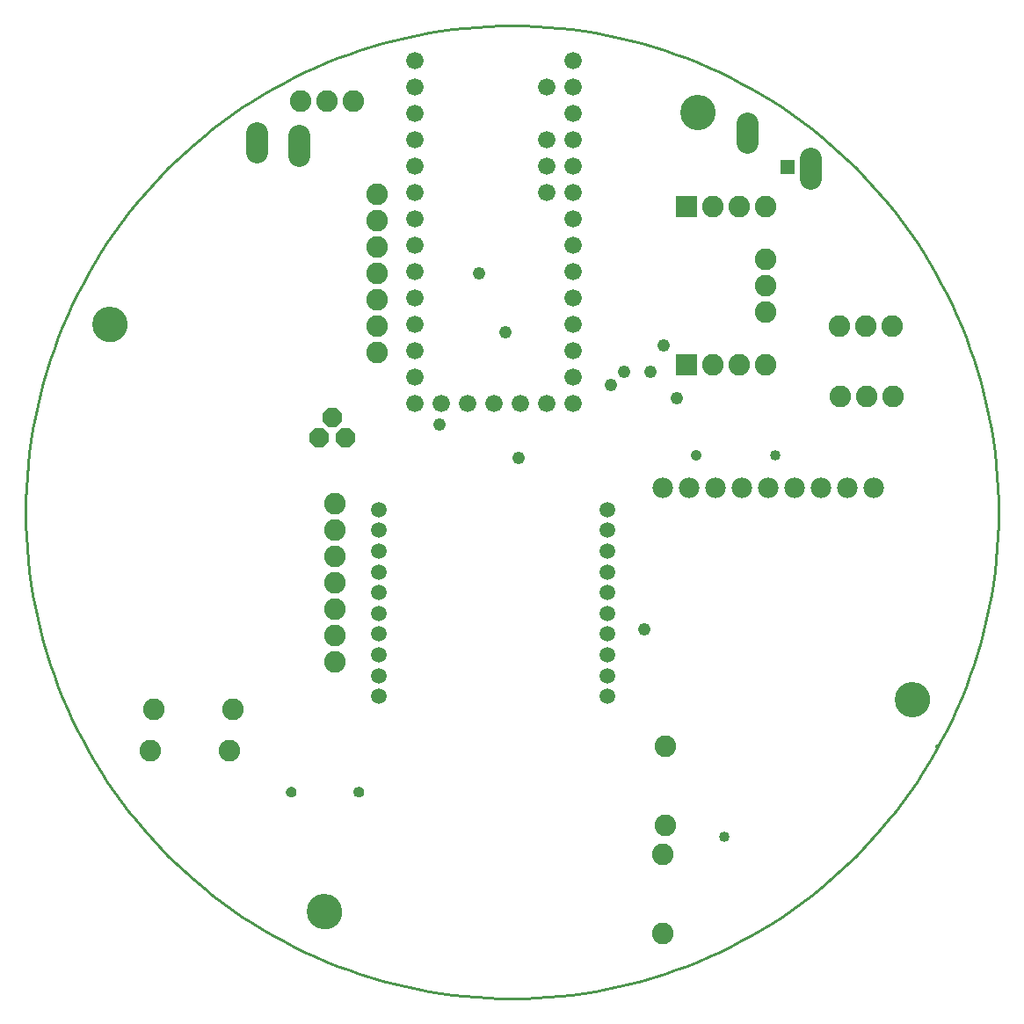
<source format=gts>
G04 EAGLE Gerber X2 export*
G75*
%MOMM*%
%FSLAX34Y34*%
%LPD*%
%AMOC8*
5,1,8,0,0,1.08239X$1,22.5*%
G01*
%ADD10C,0.254000*%
%ADD11C,0.406400*%
%ADD12C,0.000000*%
%ADD13C,3.403200*%
%ADD14C,1.981200*%
%ADD15C,1.676400*%
%ADD16C,1.511200*%
%ADD17C,2.082800*%
%ADD18R,2.082800X2.082800*%
%ADD19C,1.016000*%
%ADD20C,2.082800*%
%ADD21P,2.034460X8X22.500000*%
%ADD22C,1.047269*%
%ADD23C,1.219200*%
%ADD24R,1.478200X1.478200*%

G36*
X-147705Y-276363D02*
X-147705Y-276363D01*
X-147579Y-276365D01*
X-146568Y-276225D01*
X-146520Y-276209D01*
X-146430Y-276190D01*
X-145475Y-275829D01*
X-145432Y-275803D01*
X-145348Y-275764D01*
X-144498Y-275199D01*
X-144461Y-275164D01*
X-144389Y-275108D01*
X-143685Y-274368D01*
X-143657Y-274326D01*
X-143599Y-274255D01*
X-143078Y-273377D01*
X-143060Y-273330D01*
X-143019Y-273247D01*
X-142706Y-272275D01*
X-142699Y-272225D01*
X-142678Y-272136D01*
X-142589Y-271119D01*
X-142594Y-271068D01*
X-142593Y-270978D01*
X-142724Y-270014D01*
X-142739Y-269966D01*
X-142759Y-269876D01*
X-143101Y-268965D01*
X-143127Y-268922D01*
X-143166Y-268839D01*
X-143703Y-268027D01*
X-143737Y-267991D01*
X-143794Y-267918D01*
X-144498Y-267247D01*
X-144540Y-267219D01*
X-144611Y-267161D01*
X-145446Y-266663D01*
X-145494Y-266645D01*
X-145576Y-266604D01*
X-146501Y-266304D01*
X-146552Y-266297D01*
X-146641Y-266276D01*
X-147610Y-266190D01*
X-147657Y-266194D01*
X-147732Y-266191D01*
X-148707Y-266292D01*
X-148756Y-266306D01*
X-148846Y-266322D01*
X-149775Y-266639D01*
X-149819Y-266663D01*
X-149904Y-266699D01*
X-150739Y-267214D01*
X-150776Y-267247D01*
X-150851Y-267302D01*
X-151550Y-267989D01*
X-151580Y-268031D01*
X-151640Y-268100D01*
X-152169Y-268926D01*
X-152188Y-268973D01*
X-152232Y-269053D01*
X-152564Y-269977D01*
X-152572Y-270027D01*
X-152596Y-270115D01*
X-152715Y-271089D01*
X-152712Y-271139D01*
X-152716Y-271226D01*
X-152621Y-272228D01*
X-152607Y-272276D01*
X-152591Y-272367D01*
X-152275Y-273323D01*
X-152251Y-273367D01*
X-152215Y-273452D01*
X-151694Y-274313D01*
X-151661Y-274351D01*
X-151608Y-274425D01*
X-150908Y-275149D01*
X-150867Y-275179D01*
X-150798Y-275240D01*
X-149955Y-275790D01*
X-149909Y-275809D01*
X-149828Y-275853D01*
X-148884Y-276202D01*
X-148834Y-276211D01*
X-148746Y-276236D01*
X-147748Y-276365D01*
X-147705Y-276363D01*
G37*
G36*
X-212729Y-276363D02*
X-212729Y-276363D01*
X-212603Y-276365D01*
X-211592Y-276225D01*
X-211544Y-276209D01*
X-211454Y-276190D01*
X-210499Y-275829D01*
X-210456Y-275803D01*
X-210372Y-275764D01*
X-209522Y-275199D01*
X-209485Y-275164D01*
X-209413Y-275108D01*
X-208709Y-274368D01*
X-208681Y-274326D01*
X-208623Y-274255D01*
X-208102Y-273377D01*
X-208084Y-273330D01*
X-208043Y-273247D01*
X-207730Y-272275D01*
X-207723Y-272225D01*
X-207702Y-272136D01*
X-207613Y-271119D01*
X-207618Y-271068D01*
X-207617Y-270978D01*
X-207748Y-270014D01*
X-207763Y-269966D01*
X-207783Y-269876D01*
X-208125Y-268965D01*
X-208151Y-268922D01*
X-208190Y-268839D01*
X-208727Y-268027D01*
X-208761Y-267991D01*
X-208818Y-267918D01*
X-209522Y-267247D01*
X-209564Y-267219D01*
X-209635Y-267161D01*
X-210470Y-266663D01*
X-210518Y-266645D01*
X-210600Y-266604D01*
X-211525Y-266304D01*
X-211576Y-266297D01*
X-211665Y-266276D01*
X-212634Y-266190D01*
X-212681Y-266194D01*
X-212756Y-266191D01*
X-213731Y-266292D01*
X-213780Y-266306D01*
X-213870Y-266322D01*
X-214799Y-266639D01*
X-214843Y-266663D01*
X-214928Y-266699D01*
X-215763Y-267214D01*
X-215800Y-267247D01*
X-215875Y-267302D01*
X-216574Y-267989D01*
X-216604Y-268031D01*
X-216664Y-268100D01*
X-217193Y-268926D01*
X-217212Y-268973D01*
X-217256Y-269053D01*
X-217588Y-269977D01*
X-217596Y-270027D01*
X-217620Y-270115D01*
X-217739Y-271089D01*
X-217736Y-271139D01*
X-217740Y-271226D01*
X-217645Y-272228D01*
X-217631Y-272276D01*
X-217615Y-272367D01*
X-217299Y-273323D01*
X-217275Y-273367D01*
X-217239Y-273452D01*
X-216718Y-274313D01*
X-216685Y-274351D01*
X-216632Y-274425D01*
X-215932Y-275149D01*
X-215891Y-275179D01*
X-215822Y-275240D01*
X-214979Y-275790D01*
X-214933Y-275809D01*
X-214852Y-275853D01*
X-213908Y-276202D01*
X-213858Y-276211D01*
X-213770Y-276236D01*
X-212772Y-276365D01*
X-212729Y-276363D01*
G37*
D10*
X-468441Y-1524D02*
X-468300Y9972D01*
X-467877Y21461D01*
X-467172Y32937D01*
X-466185Y44391D01*
X-464918Y55818D01*
X-463371Y67211D01*
X-461544Y78562D01*
X-459440Y89864D01*
X-457059Y101112D01*
X-454402Y112298D01*
X-451472Y123415D01*
X-448270Y134457D01*
X-444798Y145417D01*
X-441058Y156289D01*
X-437052Y167066D01*
X-432783Y177741D01*
X-428253Y188308D01*
X-423466Y198760D01*
X-418423Y209092D01*
X-413128Y219298D01*
X-407584Y229370D01*
X-401795Y239303D01*
X-395764Y249091D01*
X-389494Y258728D01*
X-382990Y268208D01*
X-376255Y277526D01*
X-369294Y286676D01*
X-362110Y295652D01*
X-354708Y304449D01*
X-347092Y313062D01*
X-339267Y321485D01*
X-331238Y329714D01*
X-323009Y337743D01*
X-314586Y345568D01*
X-305973Y353184D01*
X-297176Y360586D01*
X-288200Y367770D01*
X-279050Y374731D01*
X-269732Y381466D01*
X-260252Y387970D01*
X-250615Y394240D01*
X-240827Y400271D01*
X-230894Y406060D01*
X-220822Y411604D01*
X-210616Y416899D01*
X-200284Y421942D01*
X-189832Y426729D01*
X-179265Y431259D01*
X-168590Y435528D01*
X-157813Y439534D01*
X-146941Y443274D01*
X-135981Y446746D01*
X-124939Y449948D01*
X-113822Y452878D01*
X-102636Y455535D01*
X-91388Y457916D01*
X-80086Y460020D01*
X-68735Y461847D01*
X-57342Y463394D01*
X-45915Y464661D01*
X-34461Y465648D01*
X-22985Y466353D01*
X-11496Y466776D01*
X0Y466917D01*
X11496Y466776D01*
X22985Y466353D01*
X34461Y465648D01*
X45915Y464661D01*
X57342Y463394D01*
X68735Y461847D01*
X80086Y460020D01*
X91388Y457916D01*
X102636Y455535D01*
X113822Y452878D01*
X124939Y449948D01*
X135981Y446746D01*
X146941Y443274D01*
X157813Y439534D01*
X168590Y435528D01*
X179265Y431259D01*
X189832Y426729D01*
X200284Y421942D01*
X210616Y416899D01*
X220822Y411604D01*
X230894Y406060D01*
X240827Y400271D01*
X250615Y394240D01*
X260252Y387970D01*
X269732Y381466D01*
X279050Y374731D01*
X288200Y367770D01*
X297176Y360586D01*
X305973Y353184D01*
X314586Y345568D01*
X323009Y337743D01*
X331238Y329714D01*
X339267Y321485D01*
X347092Y313062D01*
X354708Y304449D01*
X362110Y295652D01*
X369294Y286676D01*
X376255Y277526D01*
X382990Y268208D01*
X389494Y258728D01*
X395764Y249091D01*
X401795Y239303D01*
X407584Y229370D01*
X413128Y219298D01*
X418423Y209092D01*
X423466Y198760D01*
X428253Y188308D01*
X432783Y177741D01*
X437052Y167066D01*
X441058Y156289D01*
X444798Y145417D01*
X448270Y134457D01*
X451472Y123415D01*
X454402Y112298D01*
X457059Y101112D01*
X459440Y89864D01*
X461544Y78562D01*
X463371Y67211D01*
X464918Y55818D01*
X466185Y44391D01*
X467172Y32937D01*
X467877Y21461D01*
X468300Y9972D01*
X468441Y-1524D01*
X468300Y-13020D01*
X467877Y-24509D01*
X467172Y-35985D01*
X466185Y-47439D01*
X464918Y-58866D01*
X463371Y-70259D01*
X461544Y-81610D01*
X459440Y-92912D01*
X457059Y-104160D01*
X454402Y-115346D01*
X451472Y-126463D01*
X448270Y-137505D01*
X444798Y-148465D01*
X441058Y-159337D01*
X437052Y-170114D01*
X432783Y-180789D01*
X428253Y-191356D01*
X423466Y-201808D01*
X418423Y-212140D01*
X413128Y-222346D01*
X407584Y-232418D01*
X401795Y-242351D01*
X395764Y-252139D01*
X389494Y-261776D01*
X382990Y-271256D01*
X376255Y-280574D01*
X369294Y-289724D01*
X362110Y-298700D01*
X354708Y-307497D01*
X347092Y-316110D01*
X339267Y-324533D01*
X331238Y-332762D01*
X323009Y-340791D01*
X314586Y-348616D01*
X305973Y-356232D01*
X297176Y-363634D01*
X288200Y-370818D01*
X279050Y-377779D01*
X269732Y-384514D01*
X260252Y-391018D01*
X250615Y-397288D01*
X240827Y-403319D01*
X230894Y-409108D01*
X220822Y-414652D01*
X210616Y-419947D01*
X200284Y-424990D01*
X189832Y-429777D01*
X179265Y-434307D01*
X168590Y-438576D01*
X157813Y-442582D01*
X146941Y-446322D01*
X135981Y-449794D01*
X124939Y-452996D01*
X113822Y-455926D01*
X102636Y-458583D01*
X91388Y-460964D01*
X80086Y-463068D01*
X68735Y-464895D01*
X57342Y-466442D01*
X45915Y-467709D01*
X34461Y-468696D01*
X22985Y-469401D01*
X11496Y-469824D01*
X0Y-469965D01*
X-11496Y-469824D01*
X-22985Y-469401D01*
X-34461Y-468696D01*
X-45915Y-467709D01*
X-57342Y-466442D01*
X-68735Y-464895D01*
X-80086Y-463068D01*
X-91388Y-460964D01*
X-102636Y-458583D01*
X-113822Y-455926D01*
X-124939Y-452996D01*
X-135981Y-449794D01*
X-146941Y-446322D01*
X-157813Y-442582D01*
X-168590Y-438576D01*
X-179265Y-434307D01*
X-189832Y-429777D01*
X-200284Y-424990D01*
X-210616Y-419947D01*
X-220822Y-414652D01*
X-230894Y-409108D01*
X-240827Y-403319D01*
X-250615Y-397288D01*
X-260252Y-391018D01*
X-269732Y-384514D01*
X-279050Y-377779D01*
X-288200Y-370818D01*
X-297176Y-363634D01*
X-305973Y-356232D01*
X-314586Y-348616D01*
X-323009Y-340791D01*
X-331238Y-332762D01*
X-339267Y-324533D01*
X-347092Y-316110D01*
X-354708Y-307497D01*
X-362110Y-298700D01*
X-369294Y-289724D01*
X-376255Y-280574D01*
X-382990Y-271256D01*
X-389494Y-261776D01*
X-395764Y-252139D01*
X-401795Y-242351D01*
X-407584Y-232418D01*
X-413128Y-222346D01*
X-418423Y-212140D01*
X-423466Y-201808D01*
X-428253Y-191356D01*
X-432783Y-180789D01*
X-437052Y-170114D01*
X-441058Y-159337D01*
X-444798Y-148465D01*
X-448270Y-137505D01*
X-451472Y-126463D01*
X-454402Y-115346D01*
X-457059Y-104160D01*
X-459440Y-92912D01*
X-461544Y-81610D01*
X-463371Y-70259D01*
X-464918Y-58866D01*
X-466185Y-47439D01*
X-467172Y-35985D01*
X-467877Y-24509D01*
X-468300Y-13020D01*
X-468441Y-1524D01*
D11*
X409634Y-227580D02*
X409742Y-227350D01*
D12*
X163070Y383540D02*
X163075Y383933D01*
X163089Y384325D01*
X163113Y384717D01*
X163147Y385108D01*
X163190Y385499D01*
X163243Y385888D01*
X163306Y386275D01*
X163377Y386661D01*
X163459Y387046D01*
X163549Y387428D01*
X163650Y387807D01*
X163759Y388185D01*
X163878Y388559D01*
X164005Y388930D01*
X164142Y389298D01*
X164288Y389663D01*
X164443Y390024D01*
X164606Y390381D01*
X164778Y390734D01*
X164959Y391082D01*
X165149Y391426D01*
X165346Y391766D01*
X165552Y392100D01*
X165766Y392429D01*
X165989Y392753D01*
X166219Y393071D01*
X166456Y393384D01*
X166702Y393690D01*
X166955Y393991D01*
X167215Y394285D01*
X167482Y394573D01*
X167756Y394854D01*
X168037Y395128D01*
X168325Y395395D01*
X168619Y395655D01*
X168920Y395908D01*
X169226Y396154D01*
X169539Y396391D01*
X169857Y396621D01*
X170181Y396844D01*
X170510Y397058D01*
X170844Y397264D01*
X171184Y397461D01*
X171528Y397651D01*
X171876Y397832D01*
X172229Y398004D01*
X172586Y398167D01*
X172947Y398322D01*
X173312Y398468D01*
X173680Y398605D01*
X174051Y398732D01*
X174425Y398851D01*
X174803Y398960D01*
X175182Y399061D01*
X175564Y399151D01*
X175949Y399233D01*
X176335Y399304D01*
X176722Y399367D01*
X177111Y399420D01*
X177502Y399463D01*
X177893Y399497D01*
X178285Y399521D01*
X178677Y399535D01*
X179070Y399540D01*
X179463Y399535D01*
X179855Y399521D01*
X180247Y399497D01*
X180638Y399463D01*
X181029Y399420D01*
X181418Y399367D01*
X181805Y399304D01*
X182191Y399233D01*
X182576Y399151D01*
X182958Y399061D01*
X183337Y398960D01*
X183715Y398851D01*
X184089Y398732D01*
X184460Y398605D01*
X184828Y398468D01*
X185193Y398322D01*
X185554Y398167D01*
X185911Y398004D01*
X186264Y397832D01*
X186612Y397651D01*
X186956Y397461D01*
X187296Y397264D01*
X187630Y397058D01*
X187959Y396844D01*
X188283Y396621D01*
X188601Y396391D01*
X188914Y396154D01*
X189220Y395908D01*
X189521Y395655D01*
X189815Y395395D01*
X190103Y395128D01*
X190384Y394854D01*
X190658Y394573D01*
X190925Y394285D01*
X191185Y393991D01*
X191438Y393690D01*
X191684Y393384D01*
X191921Y393071D01*
X192151Y392753D01*
X192374Y392429D01*
X192588Y392100D01*
X192794Y391766D01*
X192991Y391426D01*
X193181Y391082D01*
X193362Y390734D01*
X193534Y390381D01*
X193697Y390024D01*
X193852Y389663D01*
X193998Y389298D01*
X194135Y388930D01*
X194262Y388559D01*
X194381Y388185D01*
X194490Y387807D01*
X194591Y387428D01*
X194681Y387046D01*
X194763Y386661D01*
X194834Y386275D01*
X194897Y385888D01*
X194950Y385499D01*
X194993Y385108D01*
X195027Y384717D01*
X195051Y384325D01*
X195065Y383933D01*
X195070Y383540D01*
X195065Y383147D01*
X195051Y382755D01*
X195027Y382363D01*
X194993Y381972D01*
X194950Y381581D01*
X194897Y381192D01*
X194834Y380805D01*
X194763Y380419D01*
X194681Y380034D01*
X194591Y379652D01*
X194490Y379273D01*
X194381Y378895D01*
X194262Y378521D01*
X194135Y378150D01*
X193998Y377782D01*
X193852Y377417D01*
X193697Y377056D01*
X193534Y376699D01*
X193362Y376346D01*
X193181Y375998D01*
X192991Y375654D01*
X192794Y375314D01*
X192588Y374980D01*
X192374Y374651D01*
X192151Y374327D01*
X191921Y374009D01*
X191684Y373696D01*
X191438Y373390D01*
X191185Y373089D01*
X190925Y372795D01*
X190658Y372507D01*
X190384Y372226D01*
X190103Y371952D01*
X189815Y371685D01*
X189521Y371425D01*
X189220Y371172D01*
X188914Y370926D01*
X188601Y370689D01*
X188283Y370459D01*
X187959Y370236D01*
X187630Y370022D01*
X187296Y369816D01*
X186956Y369619D01*
X186612Y369429D01*
X186264Y369248D01*
X185911Y369076D01*
X185554Y368913D01*
X185193Y368758D01*
X184828Y368612D01*
X184460Y368475D01*
X184089Y368348D01*
X183715Y368229D01*
X183337Y368120D01*
X182958Y368019D01*
X182576Y367929D01*
X182191Y367847D01*
X181805Y367776D01*
X181418Y367713D01*
X181029Y367660D01*
X180638Y367617D01*
X180247Y367583D01*
X179855Y367559D01*
X179463Y367545D01*
X179070Y367540D01*
X178677Y367545D01*
X178285Y367559D01*
X177893Y367583D01*
X177502Y367617D01*
X177111Y367660D01*
X176722Y367713D01*
X176335Y367776D01*
X175949Y367847D01*
X175564Y367929D01*
X175182Y368019D01*
X174803Y368120D01*
X174425Y368229D01*
X174051Y368348D01*
X173680Y368475D01*
X173312Y368612D01*
X172947Y368758D01*
X172586Y368913D01*
X172229Y369076D01*
X171876Y369248D01*
X171528Y369429D01*
X171184Y369619D01*
X170844Y369816D01*
X170510Y370022D01*
X170181Y370236D01*
X169857Y370459D01*
X169539Y370689D01*
X169226Y370926D01*
X168920Y371172D01*
X168619Y371425D01*
X168325Y371685D01*
X168037Y371952D01*
X167756Y372226D01*
X167482Y372507D01*
X167215Y372795D01*
X166955Y373089D01*
X166702Y373390D01*
X166456Y373696D01*
X166219Y374009D01*
X165989Y374327D01*
X165766Y374651D01*
X165552Y374980D01*
X165346Y375314D01*
X165149Y375654D01*
X164959Y375998D01*
X164778Y376346D01*
X164606Y376699D01*
X164443Y377056D01*
X164288Y377417D01*
X164142Y377782D01*
X164005Y378150D01*
X163878Y378521D01*
X163759Y378895D01*
X163650Y379273D01*
X163549Y379652D01*
X163459Y380034D01*
X163377Y380419D01*
X163306Y380805D01*
X163243Y381192D01*
X163190Y381581D01*
X163147Y381972D01*
X163113Y382363D01*
X163089Y382755D01*
X163075Y383147D01*
X163070Y383540D01*
D13*
X179070Y383540D03*
D12*
X369826Y-182118D02*
X369831Y-181725D01*
X369845Y-181333D01*
X369869Y-180941D01*
X369903Y-180550D01*
X369946Y-180159D01*
X369999Y-179770D01*
X370062Y-179383D01*
X370133Y-178997D01*
X370215Y-178612D01*
X370305Y-178230D01*
X370406Y-177851D01*
X370515Y-177473D01*
X370634Y-177099D01*
X370761Y-176728D01*
X370898Y-176360D01*
X371044Y-175995D01*
X371199Y-175634D01*
X371362Y-175277D01*
X371534Y-174924D01*
X371715Y-174576D01*
X371905Y-174232D01*
X372102Y-173892D01*
X372308Y-173558D01*
X372522Y-173229D01*
X372745Y-172905D01*
X372975Y-172587D01*
X373212Y-172274D01*
X373458Y-171968D01*
X373711Y-171667D01*
X373971Y-171373D01*
X374238Y-171085D01*
X374512Y-170804D01*
X374793Y-170530D01*
X375081Y-170263D01*
X375375Y-170003D01*
X375676Y-169750D01*
X375982Y-169504D01*
X376295Y-169267D01*
X376613Y-169037D01*
X376937Y-168814D01*
X377266Y-168600D01*
X377600Y-168394D01*
X377940Y-168197D01*
X378284Y-168007D01*
X378632Y-167826D01*
X378985Y-167654D01*
X379342Y-167491D01*
X379703Y-167336D01*
X380068Y-167190D01*
X380436Y-167053D01*
X380807Y-166926D01*
X381181Y-166807D01*
X381559Y-166698D01*
X381938Y-166597D01*
X382320Y-166507D01*
X382705Y-166425D01*
X383091Y-166354D01*
X383478Y-166291D01*
X383867Y-166238D01*
X384258Y-166195D01*
X384649Y-166161D01*
X385041Y-166137D01*
X385433Y-166123D01*
X385826Y-166118D01*
X386219Y-166123D01*
X386611Y-166137D01*
X387003Y-166161D01*
X387394Y-166195D01*
X387785Y-166238D01*
X388174Y-166291D01*
X388561Y-166354D01*
X388947Y-166425D01*
X389332Y-166507D01*
X389714Y-166597D01*
X390093Y-166698D01*
X390471Y-166807D01*
X390845Y-166926D01*
X391216Y-167053D01*
X391584Y-167190D01*
X391949Y-167336D01*
X392310Y-167491D01*
X392667Y-167654D01*
X393020Y-167826D01*
X393368Y-168007D01*
X393712Y-168197D01*
X394052Y-168394D01*
X394386Y-168600D01*
X394715Y-168814D01*
X395039Y-169037D01*
X395357Y-169267D01*
X395670Y-169504D01*
X395976Y-169750D01*
X396277Y-170003D01*
X396571Y-170263D01*
X396859Y-170530D01*
X397140Y-170804D01*
X397414Y-171085D01*
X397681Y-171373D01*
X397941Y-171667D01*
X398194Y-171968D01*
X398440Y-172274D01*
X398677Y-172587D01*
X398907Y-172905D01*
X399130Y-173229D01*
X399344Y-173558D01*
X399550Y-173892D01*
X399747Y-174232D01*
X399937Y-174576D01*
X400118Y-174924D01*
X400290Y-175277D01*
X400453Y-175634D01*
X400608Y-175995D01*
X400754Y-176360D01*
X400891Y-176728D01*
X401018Y-177099D01*
X401137Y-177473D01*
X401246Y-177851D01*
X401347Y-178230D01*
X401437Y-178612D01*
X401519Y-178997D01*
X401590Y-179383D01*
X401653Y-179770D01*
X401706Y-180159D01*
X401749Y-180550D01*
X401783Y-180941D01*
X401807Y-181333D01*
X401821Y-181725D01*
X401826Y-182118D01*
X401821Y-182511D01*
X401807Y-182903D01*
X401783Y-183295D01*
X401749Y-183686D01*
X401706Y-184077D01*
X401653Y-184466D01*
X401590Y-184853D01*
X401519Y-185239D01*
X401437Y-185624D01*
X401347Y-186006D01*
X401246Y-186385D01*
X401137Y-186763D01*
X401018Y-187137D01*
X400891Y-187508D01*
X400754Y-187876D01*
X400608Y-188241D01*
X400453Y-188602D01*
X400290Y-188959D01*
X400118Y-189312D01*
X399937Y-189660D01*
X399747Y-190004D01*
X399550Y-190344D01*
X399344Y-190678D01*
X399130Y-191007D01*
X398907Y-191331D01*
X398677Y-191649D01*
X398440Y-191962D01*
X398194Y-192268D01*
X397941Y-192569D01*
X397681Y-192863D01*
X397414Y-193151D01*
X397140Y-193432D01*
X396859Y-193706D01*
X396571Y-193973D01*
X396277Y-194233D01*
X395976Y-194486D01*
X395670Y-194732D01*
X395357Y-194969D01*
X395039Y-195199D01*
X394715Y-195422D01*
X394386Y-195636D01*
X394052Y-195842D01*
X393712Y-196039D01*
X393368Y-196229D01*
X393020Y-196410D01*
X392667Y-196582D01*
X392310Y-196745D01*
X391949Y-196900D01*
X391584Y-197046D01*
X391216Y-197183D01*
X390845Y-197310D01*
X390471Y-197429D01*
X390093Y-197538D01*
X389714Y-197639D01*
X389332Y-197729D01*
X388947Y-197811D01*
X388561Y-197882D01*
X388174Y-197945D01*
X387785Y-197998D01*
X387394Y-198041D01*
X387003Y-198075D01*
X386611Y-198099D01*
X386219Y-198113D01*
X385826Y-198118D01*
X385433Y-198113D01*
X385041Y-198099D01*
X384649Y-198075D01*
X384258Y-198041D01*
X383867Y-197998D01*
X383478Y-197945D01*
X383091Y-197882D01*
X382705Y-197811D01*
X382320Y-197729D01*
X381938Y-197639D01*
X381559Y-197538D01*
X381181Y-197429D01*
X380807Y-197310D01*
X380436Y-197183D01*
X380068Y-197046D01*
X379703Y-196900D01*
X379342Y-196745D01*
X378985Y-196582D01*
X378632Y-196410D01*
X378284Y-196229D01*
X377940Y-196039D01*
X377600Y-195842D01*
X377266Y-195636D01*
X376937Y-195422D01*
X376613Y-195199D01*
X376295Y-194969D01*
X375982Y-194732D01*
X375676Y-194486D01*
X375375Y-194233D01*
X375081Y-193973D01*
X374793Y-193706D01*
X374512Y-193432D01*
X374238Y-193151D01*
X373971Y-192863D01*
X373711Y-192569D01*
X373458Y-192268D01*
X373212Y-191962D01*
X372975Y-191649D01*
X372745Y-191331D01*
X372522Y-191007D01*
X372308Y-190678D01*
X372102Y-190344D01*
X371905Y-190004D01*
X371715Y-189660D01*
X371534Y-189312D01*
X371362Y-188959D01*
X371199Y-188602D01*
X371044Y-188241D01*
X370898Y-187876D01*
X370761Y-187508D01*
X370634Y-187137D01*
X370515Y-186763D01*
X370406Y-186385D01*
X370305Y-186006D01*
X370215Y-185624D01*
X370133Y-185239D01*
X370062Y-184853D01*
X369999Y-184466D01*
X369946Y-184077D01*
X369903Y-183686D01*
X369869Y-183295D01*
X369845Y-182903D01*
X369831Y-182511D01*
X369826Y-182118D01*
D13*
X385826Y-182118D03*
D12*
X-403350Y179070D02*
X-403345Y179463D01*
X-403331Y179855D01*
X-403307Y180247D01*
X-403273Y180638D01*
X-403230Y181029D01*
X-403177Y181418D01*
X-403114Y181805D01*
X-403043Y182191D01*
X-402961Y182576D01*
X-402871Y182958D01*
X-402770Y183337D01*
X-402661Y183715D01*
X-402542Y184089D01*
X-402415Y184460D01*
X-402278Y184828D01*
X-402132Y185193D01*
X-401977Y185554D01*
X-401814Y185911D01*
X-401642Y186264D01*
X-401461Y186612D01*
X-401271Y186956D01*
X-401074Y187296D01*
X-400868Y187630D01*
X-400654Y187959D01*
X-400431Y188283D01*
X-400201Y188601D01*
X-399964Y188914D01*
X-399718Y189220D01*
X-399465Y189521D01*
X-399205Y189815D01*
X-398938Y190103D01*
X-398664Y190384D01*
X-398383Y190658D01*
X-398095Y190925D01*
X-397801Y191185D01*
X-397500Y191438D01*
X-397194Y191684D01*
X-396881Y191921D01*
X-396563Y192151D01*
X-396239Y192374D01*
X-395910Y192588D01*
X-395576Y192794D01*
X-395236Y192991D01*
X-394892Y193181D01*
X-394544Y193362D01*
X-394191Y193534D01*
X-393834Y193697D01*
X-393473Y193852D01*
X-393108Y193998D01*
X-392740Y194135D01*
X-392369Y194262D01*
X-391995Y194381D01*
X-391617Y194490D01*
X-391238Y194591D01*
X-390856Y194681D01*
X-390471Y194763D01*
X-390085Y194834D01*
X-389698Y194897D01*
X-389309Y194950D01*
X-388918Y194993D01*
X-388527Y195027D01*
X-388135Y195051D01*
X-387743Y195065D01*
X-387350Y195070D01*
X-386957Y195065D01*
X-386565Y195051D01*
X-386173Y195027D01*
X-385782Y194993D01*
X-385391Y194950D01*
X-385002Y194897D01*
X-384615Y194834D01*
X-384229Y194763D01*
X-383844Y194681D01*
X-383462Y194591D01*
X-383083Y194490D01*
X-382705Y194381D01*
X-382331Y194262D01*
X-381960Y194135D01*
X-381592Y193998D01*
X-381227Y193852D01*
X-380866Y193697D01*
X-380509Y193534D01*
X-380156Y193362D01*
X-379808Y193181D01*
X-379464Y192991D01*
X-379124Y192794D01*
X-378790Y192588D01*
X-378461Y192374D01*
X-378137Y192151D01*
X-377819Y191921D01*
X-377506Y191684D01*
X-377200Y191438D01*
X-376899Y191185D01*
X-376605Y190925D01*
X-376317Y190658D01*
X-376036Y190384D01*
X-375762Y190103D01*
X-375495Y189815D01*
X-375235Y189521D01*
X-374982Y189220D01*
X-374736Y188914D01*
X-374499Y188601D01*
X-374269Y188283D01*
X-374046Y187959D01*
X-373832Y187630D01*
X-373626Y187296D01*
X-373429Y186956D01*
X-373239Y186612D01*
X-373058Y186264D01*
X-372886Y185911D01*
X-372723Y185554D01*
X-372568Y185193D01*
X-372422Y184828D01*
X-372285Y184460D01*
X-372158Y184089D01*
X-372039Y183715D01*
X-371930Y183337D01*
X-371829Y182958D01*
X-371739Y182576D01*
X-371657Y182191D01*
X-371586Y181805D01*
X-371523Y181418D01*
X-371470Y181029D01*
X-371427Y180638D01*
X-371393Y180247D01*
X-371369Y179855D01*
X-371355Y179463D01*
X-371350Y179070D01*
X-371355Y178677D01*
X-371369Y178285D01*
X-371393Y177893D01*
X-371427Y177502D01*
X-371470Y177111D01*
X-371523Y176722D01*
X-371586Y176335D01*
X-371657Y175949D01*
X-371739Y175564D01*
X-371829Y175182D01*
X-371930Y174803D01*
X-372039Y174425D01*
X-372158Y174051D01*
X-372285Y173680D01*
X-372422Y173312D01*
X-372568Y172947D01*
X-372723Y172586D01*
X-372886Y172229D01*
X-373058Y171876D01*
X-373239Y171528D01*
X-373429Y171184D01*
X-373626Y170844D01*
X-373832Y170510D01*
X-374046Y170181D01*
X-374269Y169857D01*
X-374499Y169539D01*
X-374736Y169226D01*
X-374982Y168920D01*
X-375235Y168619D01*
X-375495Y168325D01*
X-375762Y168037D01*
X-376036Y167756D01*
X-376317Y167482D01*
X-376605Y167215D01*
X-376899Y166955D01*
X-377200Y166702D01*
X-377506Y166456D01*
X-377819Y166219D01*
X-378137Y165989D01*
X-378461Y165766D01*
X-378790Y165552D01*
X-379124Y165346D01*
X-379464Y165149D01*
X-379808Y164959D01*
X-380156Y164778D01*
X-380509Y164606D01*
X-380866Y164443D01*
X-381227Y164288D01*
X-381592Y164142D01*
X-381960Y164005D01*
X-382331Y163878D01*
X-382705Y163759D01*
X-383083Y163650D01*
X-383462Y163549D01*
X-383844Y163459D01*
X-384229Y163377D01*
X-384615Y163306D01*
X-385002Y163243D01*
X-385391Y163190D01*
X-385782Y163147D01*
X-386173Y163113D01*
X-386565Y163089D01*
X-386957Y163075D01*
X-387350Y163070D01*
X-387743Y163075D01*
X-388135Y163089D01*
X-388527Y163113D01*
X-388918Y163147D01*
X-389309Y163190D01*
X-389698Y163243D01*
X-390085Y163306D01*
X-390471Y163377D01*
X-390856Y163459D01*
X-391238Y163549D01*
X-391617Y163650D01*
X-391995Y163759D01*
X-392369Y163878D01*
X-392740Y164005D01*
X-393108Y164142D01*
X-393473Y164288D01*
X-393834Y164443D01*
X-394191Y164606D01*
X-394544Y164778D01*
X-394892Y164959D01*
X-395236Y165149D01*
X-395576Y165346D01*
X-395910Y165552D01*
X-396239Y165766D01*
X-396563Y165989D01*
X-396881Y166219D01*
X-397194Y166456D01*
X-397500Y166702D01*
X-397801Y166955D01*
X-398095Y167215D01*
X-398383Y167482D01*
X-398664Y167756D01*
X-398938Y168037D01*
X-399205Y168325D01*
X-399465Y168619D01*
X-399718Y168920D01*
X-399964Y169226D01*
X-400201Y169539D01*
X-400431Y169857D01*
X-400654Y170181D01*
X-400868Y170510D01*
X-401074Y170844D01*
X-401271Y171184D01*
X-401461Y171528D01*
X-401642Y171876D01*
X-401814Y172229D01*
X-401977Y172586D01*
X-402132Y172947D01*
X-402278Y173312D01*
X-402415Y173680D01*
X-402542Y174051D01*
X-402661Y174425D01*
X-402770Y174803D01*
X-402871Y175182D01*
X-402961Y175564D01*
X-403043Y175949D01*
X-403114Y176335D01*
X-403177Y176722D01*
X-403230Y177111D01*
X-403273Y177502D01*
X-403307Y177893D01*
X-403331Y178285D01*
X-403345Y178677D01*
X-403350Y179070D01*
D13*
X-387350Y179070D03*
D12*
X-196594Y-386588D02*
X-196589Y-386195D01*
X-196575Y-385803D01*
X-196551Y-385411D01*
X-196517Y-385020D01*
X-196474Y-384629D01*
X-196421Y-384240D01*
X-196358Y-383853D01*
X-196287Y-383467D01*
X-196205Y-383082D01*
X-196115Y-382700D01*
X-196014Y-382321D01*
X-195905Y-381943D01*
X-195786Y-381569D01*
X-195659Y-381198D01*
X-195522Y-380830D01*
X-195376Y-380465D01*
X-195221Y-380104D01*
X-195058Y-379747D01*
X-194886Y-379394D01*
X-194705Y-379046D01*
X-194515Y-378702D01*
X-194318Y-378362D01*
X-194112Y-378028D01*
X-193898Y-377699D01*
X-193675Y-377375D01*
X-193445Y-377057D01*
X-193208Y-376744D01*
X-192962Y-376438D01*
X-192709Y-376137D01*
X-192449Y-375843D01*
X-192182Y-375555D01*
X-191908Y-375274D01*
X-191627Y-375000D01*
X-191339Y-374733D01*
X-191045Y-374473D01*
X-190744Y-374220D01*
X-190438Y-373974D01*
X-190125Y-373737D01*
X-189807Y-373507D01*
X-189483Y-373284D01*
X-189154Y-373070D01*
X-188820Y-372864D01*
X-188480Y-372667D01*
X-188136Y-372477D01*
X-187788Y-372296D01*
X-187435Y-372124D01*
X-187078Y-371961D01*
X-186717Y-371806D01*
X-186352Y-371660D01*
X-185984Y-371523D01*
X-185613Y-371396D01*
X-185239Y-371277D01*
X-184861Y-371168D01*
X-184482Y-371067D01*
X-184100Y-370977D01*
X-183715Y-370895D01*
X-183329Y-370824D01*
X-182942Y-370761D01*
X-182553Y-370708D01*
X-182162Y-370665D01*
X-181771Y-370631D01*
X-181379Y-370607D01*
X-180987Y-370593D01*
X-180594Y-370588D01*
X-180201Y-370593D01*
X-179809Y-370607D01*
X-179417Y-370631D01*
X-179026Y-370665D01*
X-178635Y-370708D01*
X-178246Y-370761D01*
X-177859Y-370824D01*
X-177473Y-370895D01*
X-177088Y-370977D01*
X-176706Y-371067D01*
X-176327Y-371168D01*
X-175949Y-371277D01*
X-175575Y-371396D01*
X-175204Y-371523D01*
X-174836Y-371660D01*
X-174471Y-371806D01*
X-174110Y-371961D01*
X-173753Y-372124D01*
X-173400Y-372296D01*
X-173052Y-372477D01*
X-172708Y-372667D01*
X-172368Y-372864D01*
X-172034Y-373070D01*
X-171705Y-373284D01*
X-171381Y-373507D01*
X-171063Y-373737D01*
X-170750Y-373974D01*
X-170444Y-374220D01*
X-170143Y-374473D01*
X-169849Y-374733D01*
X-169561Y-375000D01*
X-169280Y-375274D01*
X-169006Y-375555D01*
X-168739Y-375843D01*
X-168479Y-376137D01*
X-168226Y-376438D01*
X-167980Y-376744D01*
X-167743Y-377057D01*
X-167513Y-377375D01*
X-167290Y-377699D01*
X-167076Y-378028D01*
X-166870Y-378362D01*
X-166673Y-378702D01*
X-166483Y-379046D01*
X-166302Y-379394D01*
X-166130Y-379747D01*
X-165967Y-380104D01*
X-165812Y-380465D01*
X-165666Y-380830D01*
X-165529Y-381198D01*
X-165402Y-381569D01*
X-165283Y-381943D01*
X-165174Y-382321D01*
X-165073Y-382700D01*
X-164983Y-383082D01*
X-164901Y-383467D01*
X-164830Y-383853D01*
X-164767Y-384240D01*
X-164714Y-384629D01*
X-164671Y-385020D01*
X-164637Y-385411D01*
X-164613Y-385803D01*
X-164599Y-386195D01*
X-164594Y-386588D01*
X-164599Y-386981D01*
X-164613Y-387373D01*
X-164637Y-387765D01*
X-164671Y-388156D01*
X-164714Y-388547D01*
X-164767Y-388936D01*
X-164830Y-389323D01*
X-164901Y-389709D01*
X-164983Y-390094D01*
X-165073Y-390476D01*
X-165174Y-390855D01*
X-165283Y-391233D01*
X-165402Y-391607D01*
X-165529Y-391978D01*
X-165666Y-392346D01*
X-165812Y-392711D01*
X-165967Y-393072D01*
X-166130Y-393429D01*
X-166302Y-393782D01*
X-166483Y-394130D01*
X-166673Y-394474D01*
X-166870Y-394814D01*
X-167076Y-395148D01*
X-167290Y-395477D01*
X-167513Y-395801D01*
X-167743Y-396119D01*
X-167980Y-396432D01*
X-168226Y-396738D01*
X-168479Y-397039D01*
X-168739Y-397333D01*
X-169006Y-397621D01*
X-169280Y-397902D01*
X-169561Y-398176D01*
X-169849Y-398443D01*
X-170143Y-398703D01*
X-170444Y-398956D01*
X-170750Y-399202D01*
X-171063Y-399439D01*
X-171381Y-399669D01*
X-171705Y-399892D01*
X-172034Y-400106D01*
X-172368Y-400312D01*
X-172708Y-400509D01*
X-173052Y-400699D01*
X-173400Y-400880D01*
X-173753Y-401052D01*
X-174110Y-401215D01*
X-174471Y-401370D01*
X-174836Y-401516D01*
X-175204Y-401653D01*
X-175575Y-401780D01*
X-175949Y-401899D01*
X-176327Y-402008D01*
X-176706Y-402109D01*
X-177088Y-402199D01*
X-177473Y-402281D01*
X-177859Y-402352D01*
X-178246Y-402415D01*
X-178635Y-402468D01*
X-179026Y-402511D01*
X-179417Y-402545D01*
X-179809Y-402569D01*
X-180201Y-402583D01*
X-180594Y-402588D01*
X-180987Y-402583D01*
X-181379Y-402569D01*
X-181771Y-402545D01*
X-182162Y-402511D01*
X-182553Y-402468D01*
X-182942Y-402415D01*
X-183329Y-402352D01*
X-183715Y-402281D01*
X-184100Y-402199D01*
X-184482Y-402109D01*
X-184861Y-402008D01*
X-185239Y-401899D01*
X-185613Y-401780D01*
X-185984Y-401653D01*
X-186352Y-401516D01*
X-186717Y-401370D01*
X-187078Y-401215D01*
X-187435Y-401052D01*
X-187788Y-400880D01*
X-188136Y-400699D01*
X-188480Y-400509D01*
X-188820Y-400312D01*
X-189154Y-400106D01*
X-189483Y-399892D01*
X-189807Y-399669D01*
X-190125Y-399439D01*
X-190438Y-399202D01*
X-190744Y-398956D01*
X-191045Y-398703D01*
X-191339Y-398443D01*
X-191627Y-398176D01*
X-191908Y-397902D01*
X-192182Y-397621D01*
X-192449Y-397333D01*
X-192709Y-397039D01*
X-192962Y-396738D01*
X-193208Y-396432D01*
X-193445Y-396119D01*
X-193675Y-395801D01*
X-193898Y-395477D01*
X-194112Y-395148D01*
X-194318Y-394814D01*
X-194515Y-394474D01*
X-194705Y-394130D01*
X-194886Y-393782D01*
X-195058Y-393429D01*
X-195221Y-393072D01*
X-195376Y-392711D01*
X-195522Y-392346D01*
X-195659Y-391978D01*
X-195786Y-391607D01*
X-195905Y-391233D01*
X-196014Y-390855D01*
X-196115Y-390476D01*
X-196205Y-390094D01*
X-196287Y-389709D01*
X-196358Y-389323D01*
X-196421Y-388936D01*
X-196474Y-388547D01*
X-196517Y-388156D01*
X-196551Y-387765D01*
X-196575Y-387373D01*
X-196589Y-386981D01*
X-196594Y-386588D01*
D13*
X-180594Y-386588D03*
D14*
X144781Y21335D03*
X170181Y21335D03*
X195581Y21335D03*
X220981Y21335D03*
X246381Y21335D03*
X271781Y21335D03*
X297181Y21335D03*
X322581Y21335D03*
X347981Y21335D03*
D15*
X-93472Y433578D03*
X-93472Y408178D03*
X-93472Y382778D03*
X-93472Y357378D03*
X-93472Y331978D03*
X-93472Y306578D03*
X-93472Y281178D03*
X-93472Y255778D03*
X-93472Y230378D03*
X-93472Y204978D03*
X-93472Y179578D03*
X-93472Y154178D03*
X-93472Y128778D03*
X-93472Y103378D03*
X-68072Y103378D03*
X-42672Y103378D03*
X-17272Y103378D03*
X8128Y103378D03*
X33528Y103378D03*
X58928Y103378D03*
X58928Y128778D03*
X58928Y154178D03*
X58928Y179578D03*
X58928Y204978D03*
X58928Y230378D03*
X58928Y255778D03*
X58928Y281178D03*
X58928Y306578D03*
X58928Y331978D03*
X58928Y357378D03*
X58928Y382778D03*
X58928Y408178D03*
X33528Y408178D03*
X33528Y357378D03*
X33528Y331978D03*
X33528Y306578D03*
X58928Y433578D03*
D16*
X91881Y-179164D03*
X91881Y-159164D03*
X91881Y-139164D03*
X91881Y-119164D03*
X91881Y-99164D03*
X91881Y-79164D03*
X91881Y-59164D03*
X91881Y-39164D03*
X91881Y-19164D03*
X91881Y836D03*
X-128119Y836D03*
X-128119Y-19164D03*
X-128119Y-39164D03*
X-128119Y-59164D03*
X-128119Y-79164D03*
X-128119Y-99164D03*
X-128119Y-119164D03*
X-128119Y-139164D03*
X-128119Y-159164D03*
X-128119Y-179164D03*
D17*
X-129794Y304379D03*
X-129794Y278979D03*
X-129794Y253579D03*
X-129794Y228179D03*
X-129794Y202779D03*
X-129794Y177379D03*
X-129794Y151979D03*
D18*
X167894Y292354D03*
D17*
X193294Y292354D03*
X218694Y292354D03*
X244094Y292354D03*
D18*
X167894Y139954D03*
D17*
X193294Y139954D03*
X218694Y139954D03*
X244094Y139954D03*
X244094Y241554D03*
X244094Y216154D03*
X244094Y190754D03*
X-170774Y-146029D03*
X-170774Y-120629D03*
X-170774Y-95229D03*
X-170774Y-69829D03*
X-170774Y-44429D03*
X-170774Y-19029D03*
X-170774Y6371D03*
D19*
X204724Y-314706D03*
D17*
X316462Y109418D03*
X341862Y109418D03*
X367262Y109418D03*
X-203454Y394208D03*
X-178054Y394208D03*
X-152654Y394208D03*
X315638Y177552D03*
X341038Y177552D03*
X366438Y177552D03*
D20*
X-246042Y345018D02*
X-246042Y363814D01*
X-205232Y360934D02*
X-205232Y342138D01*
X287529Y338922D02*
X287529Y320126D01*
D21*
X-185591Y70108D03*
X-172891Y89158D03*
X-160191Y70108D03*
D19*
X253628Y53207D03*
D22*
X177428Y53207D03*
D17*
X-345278Y-191763D03*
X-269078Y-191763D03*
X-271944Y-231384D03*
X-348144Y-231384D03*
X147317Y-227252D03*
X147317Y-303452D03*
X145542Y-330964D03*
X145542Y-407164D03*
D20*
X226314Y354076D02*
X226314Y372872D01*
D23*
X-31750Y228600D03*
X6350Y50800D03*
X133350Y133350D03*
X-6350Y171450D03*
X146050Y158750D03*
X95250Y120650D03*
X158750Y107950D03*
X-69850Y82550D03*
D24*
X265827Y331014D03*
D23*
X107950Y133350D03*
X127000Y-114300D03*
M02*

</source>
